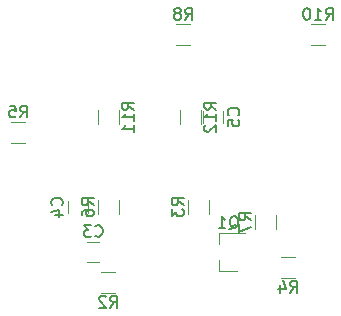
<source format=gbr>
G04 #@! TF.FileFunction,Legend,Bot*
%FSLAX46Y46*%
G04 Gerber Fmt 4.6, Leading zero omitted, Abs format (unit mm)*
G04 Created by KiCad (PCBNEW 4.0.5) date 04/25/17 13:40:11*
%MOMM*%
%LPD*%
G01*
G04 APERTURE LIST*
%ADD10C,0.100000*%
%ADD11C,0.120000*%
%ADD12C,0.150000*%
G04 APERTURE END LIST*
D10*
D11*
X137670000Y-110800000D02*
X137670000Y-109870000D01*
X137670000Y-107640000D02*
X137670000Y-108570000D01*
X137670000Y-107640000D02*
X139830000Y-107640000D01*
X137670000Y-110800000D02*
X139130000Y-110800000D01*
X126500000Y-108370000D02*
X127500000Y-108370000D01*
X127500000Y-110070000D02*
X126500000Y-110070000D01*
X124880000Y-105910000D02*
X124880000Y-104910000D01*
X126580000Y-104910000D02*
X126580000Y-105910000D01*
X138010000Y-97290000D02*
X138010000Y-98290000D01*
X136310000Y-98290000D02*
X136310000Y-97290000D01*
X128870000Y-110880000D02*
X127670000Y-110880000D01*
X127670000Y-112640000D02*
X128870000Y-112640000D01*
X136770000Y-106010000D02*
X136770000Y-104810000D01*
X135010000Y-104810000D02*
X135010000Y-106010000D01*
X144110000Y-109610000D02*
X142910000Y-109610000D01*
X142910000Y-111370000D02*
X144110000Y-111370000D01*
X120050000Y-99940000D02*
X121250000Y-99940000D01*
X121250000Y-98180000D02*
X120050000Y-98180000D01*
X129150000Y-106010000D02*
X129150000Y-104810000D01*
X127390000Y-104810000D02*
X127390000Y-106010000D01*
X142485000Y-107280000D02*
X142485000Y-106080000D01*
X140725000Y-106080000D02*
X140725000Y-107280000D01*
X134020000Y-91685000D02*
X135220000Y-91685000D01*
X135220000Y-89925000D02*
X134020000Y-89925000D01*
X145450000Y-91685000D02*
X146650000Y-91685000D01*
X146650000Y-89925000D02*
X145450000Y-89925000D01*
X127390000Y-97190000D02*
X127390000Y-98390000D01*
X129150000Y-98390000D02*
X129150000Y-97190000D01*
X134375000Y-97190000D02*
X134375000Y-98390000D01*
X136135000Y-98390000D02*
X136135000Y-97190000D01*
D12*
X138525238Y-107267619D02*
X138620476Y-107220000D01*
X138715714Y-107124762D01*
X138858571Y-106981905D01*
X138953810Y-106934286D01*
X139049048Y-106934286D01*
X139001429Y-107172381D02*
X139096667Y-107124762D01*
X139191905Y-107029524D01*
X139239524Y-106839048D01*
X139239524Y-106505714D01*
X139191905Y-106315238D01*
X139096667Y-106220000D01*
X139001429Y-106172381D01*
X138810952Y-106172381D01*
X138715714Y-106220000D01*
X138620476Y-106315238D01*
X138572857Y-106505714D01*
X138572857Y-106839048D01*
X138620476Y-107029524D01*
X138715714Y-107124762D01*
X138810952Y-107172381D01*
X139001429Y-107172381D01*
X137620476Y-107172381D02*
X138191905Y-107172381D01*
X137906191Y-107172381D02*
X137906191Y-106172381D01*
X138001429Y-106315238D01*
X138096667Y-106410476D01*
X138191905Y-106458095D01*
X127166666Y-107827143D02*
X127214285Y-107874762D01*
X127357142Y-107922381D01*
X127452380Y-107922381D01*
X127595238Y-107874762D01*
X127690476Y-107779524D01*
X127738095Y-107684286D01*
X127785714Y-107493810D01*
X127785714Y-107350952D01*
X127738095Y-107160476D01*
X127690476Y-107065238D01*
X127595238Y-106970000D01*
X127452380Y-106922381D01*
X127357142Y-106922381D01*
X127214285Y-106970000D01*
X127166666Y-107017619D01*
X126833333Y-106922381D02*
X126214285Y-106922381D01*
X126547619Y-107303333D01*
X126404761Y-107303333D01*
X126309523Y-107350952D01*
X126261904Y-107398571D01*
X126214285Y-107493810D01*
X126214285Y-107731905D01*
X126261904Y-107827143D01*
X126309523Y-107874762D01*
X126404761Y-107922381D01*
X126690476Y-107922381D01*
X126785714Y-107874762D01*
X126833333Y-107827143D01*
X124337143Y-105243334D02*
X124384762Y-105195715D01*
X124432381Y-105052858D01*
X124432381Y-104957620D01*
X124384762Y-104814762D01*
X124289524Y-104719524D01*
X124194286Y-104671905D01*
X124003810Y-104624286D01*
X123860952Y-104624286D01*
X123670476Y-104671905D01*
X123575238Y-104719524D01*
X123480000Y-104814762D01*
X123432381Y-104957620D01*
X123432381Y-105052858D01*
X123480000Y-105195715D01*
X123527619Y-105243334D01*
X123765714Y-106100477D02*
X124432381Y-106100477D01*
X123384762Y-105862381D02*
X124099048Y-105624286D01*
X124099048Y-106243334D01*
X139267143Y-97623334D02*
X139314762Y-97575715D01*
X139362381Y-97432858D01*
X139362381Y-97337620D01*
X139314762Y-97194762D01*
X139219524Y-97099524D01*
X139124286Y-97051905D01*
X138933810Y-97004286D01*
X138790952Y-97004286D01*
X138600476Y-97051905D01*
X138505238Y-97099524D01*
X138410000Y-97194762D01*
X138362381Y-97337620D01*
X138362381Y-97432858D01*
X138410000Y-97575715D01*
X138457619Y-97623334D01*
X138362381Y-98528096D02*
X138362381Y-98051905D01*
X138838571Y-98004286D01*
X138790952Y-98051905D01*
X138743333Y-98147143D01*
X138743333Y-98385239D01*
X138790952Y-98480477D01*
X138838571Y-98528096D01*
X138933810Y-98575715D01*
X139171905Y-98575715D01*
X139267143Y-98528096D01*
X139314762Y-98480477D01*
X139362381Y-98385239D01*
X139362381Y-98147143D01*
X139314762Y-98051905D01*
X139267143Y-98004286D01*
X128436666Y-113912381D02*
X128770000Y-113436190D01*
X129008095Y-113912381D02*
X129008095Y-112912381D01*
X128627142Y-112912381D01*
X128531904Y-112960000D01*
X128484285Y-113007619D01*
X128436666Y-113102857D01*
X128436666Y-113245714D01*
X128484285Y-113340952D01*
X128531904Y-113388571D01*
X128627142Y-113436190D01*
X129008095Y-113436190D01*
X128055714Y-113007619D02*
X128008095Y-112960000D01*
X127912857Y-112912381D01*
X127674761Y-112912381D01*
X127579523Y-112960000D01*
X127531904Y-113007619D01*
X127484285Y-113102857D01*
X127484285Y-113198095D01*
X127531904Y-113340952D01*
X128103333Y-113912381D01*
X127484285Y-113912381D01*
X134642381Y-105243334D02*
X134166190Y-104910000D01*
X134642381Y-104671905D02*
X133642381Y-104671905D01*
X133642381Y-105052858D01*
X133690000Y-105148096D01*
X133737619Y-105195715D01*
X133832857Y-105243334D01*
X133975714Y-105243334D01*
X134070952Y-105195715D01*
X134118571Y-105148096D01*
X134166190Y-105052858D01*
X134166190Y-104671905D01*
X133642381Y-105576667D02*
X133642381Y-106195715D01*
X134023333Y-105862381D01*
X134023333Y-106005239D01*
X134070952Y-106100477D01*
X134118571Y-106148096D01*
X134213810Y-106195715D01*
X134451905Y-106195715D01*
X134547143Y-106148096D01*
X134594762Y-106100477D01*
X134642381Y-106005239D01*
X134642381Y-105719524D01*
X134594762Y-105624286D01*
X134547143Y-105576667D01*
X143676666Y-112642381D02*
X144010000Y-112166190D01*
X144248095Y-112642381D02*
X144248095Y-111642381D01*
X143867142Y-111642381D01*
X143771904Y-111690000D01*
X143724285Y-111737619D01*
X143676666Y-111832857D01*
X143676666Y-111975714D01*
X143724285Y-112070952D01*
X143771904Y-112118571D01*
X143867142Y-112166190D01*
X144248095Y-112166190D01*
X142819523Y-111975714D02*
X142819523Y-112642381D01*
X143057619Y-111594762D02*
X143295714Y-112309048D01*
X142676666Y-112309048D01*
X120816666Y-97812381D02*
X121150000Y-97336190D01*
X121388095Y-97812381D02*
X121388095Y-96812381D01*
X121007142Y-96812381D01*
X120911904Y-96860000D01*
X120864285Y-96907619D01*
X120816666Y-97002857D01*
X120816666Y-97145714D01*
X120864285Y-97240952D01*
X120911904Y-97288571D01*
X121007142Y-97336190D01*
X121388095Y-97336190D01*
X119911904Y-96812381D02*
X120388095Y-96812381D01*
X120435714Y-97288571D01*
X120388095Y-97240952D01*
X120292857Y-97193333D01*
X120054761Y-97193333D01*
X119959523Y-97240952D01*
X119911904Y-97288571D01*
X119864285Y-97383810D01*
X119864285Y-97621905D01*
X119911904Y-97717143D01*
X119959523Y-97764762D01*
X120054761Y-97812381D01*
X120292857Y-97812381D01*
X120388095Y-97764762D01*
X120435714Y-97717143D01*
X127022381Y-105243334D02*
X126546190Y-104910000D01*
X127022381Y-104671905D02*
X126022381Y-104671905D01*
X126022381Y-105052858D01*
X126070000Y-105148096D01*
X126117619Y-105195715D01*
X126212857Y-105243334D01*
X126355714Y-105243334D01*
X126450952Y-105195715D01*
X126498571Y-105148096D01*
X126546190Y-105052858D01*
X126546190Y-104671905D01*
X126022381Y-106100477D02*
X126022381Y-105910000D01*
X126070000Y-105814762D01*
X126117619Y-105767143D01*
X126260476Y-105671905D01*
X126450952Y-105624286D01*
X126831905Y-105624286D01*
X126927143Y-105671905D01*
X126974762Y-105719524D01*
X127022381Y-105814762D01*
X127022381Y-106005239D01*
X126974762Y-106100477D01*
X126927143Y-106148096D01*
X126831905Y-106195715D01*
X126593810Y-106195715D01*
X126498571Y-106148096D01*
X126450952Y-106100477D01*
X126403333Y-106005239D01*
X126403333Y-105814762D01*
X126450952Y-105719524D01*
X126498571Y-105671905D01*
X126593810Y-105624286D01*
X140357381Y-106513334D02*
X139881190Y-106180000D01*
X140357381Y-105941905D02*
X139357381Y-105941905D01*
X139357381Y-106322858D01*
X139405000Y-106418096D01*
X139452619Y-106465715D01*
X139547857Y-106513334D01*
X139690714Y-106513334D01*
X139785952Y-106465715D01*
X139833571Y-106418096D01*
X139881190Y-106322858D01*
X139881190Y-105941905D01*
X139357381Y-106846667D02*
X139357381Y-107513334D01*
X140357381Y-107084762D01*
X134786666Y-89557381D02*
X135120000Y-89081190D01*
X135358095Y-89557381D02*
X135358095Y-88557381D01*
X134977142Y-88557381D01*
X134881904Y-88605000D01*
X134834285Y-88652619D01*
X134786666Y-88747857D01*
X134786666Y-88890714D01*
X134834285Y-88985952D01*
X134881904Y-89033571D01*
X134977142Y-89081190D01*
X135358095Y-89081190D01*
X134215238Y-88985952D02*
X134310476Y-88938333D01*
X134358095Y-88890714D01*
X134405714Y-88795476D01*
X134405714Y-88747857D01*
X134358095Y-88652619D01*
X134310476Y-88605000D01*
X134215238Y-88557381D01*
X134024761Y-88557381D01*
X133929523Y-88605000D01*
X133881904Y-88652619D01*
X133834285Y-88747857D01*
X133834285Y-88795476D01*
X133881904Y-88890714D01*
X133929523Y-88938333D01*
X134024761Y-88985952D01*
X134215238Y-88985952D01*
X134310476Y-89033571D01*
X134358095Y-89081190D01*
X134405714Y-89176429D01*
X134405714Y-89366905D01*
X134358095Y-89462143D01*
X134310476Y-89509762D01*
X134215238Y-89557381D01*
X134024761Y-89557381D01*
X133929523Y-89509762D01*
X133881904Y-89462143D01*
X133834285Y-89366905D01*
X133834285Y-89176429D01*
X133881904Y-89081190D01*
X133929523Y-89033571D01*
X134024761Y-88985952D01*
X146692857Y-89557381D02*
X147026191Y-89081190D01*
X147264286Y-89557381D02*
X147264286Y-88557381D01*
X146883333Y-88557381D01*
X146788095Y-88605000D01*
X146740476Y-88652619D01*
X146692857Y-88747857D01*
X146692857Y-88890714D01*
X146740476Y-88985952D01*
X146788095Y-89033571D01*
X146883333Y-89081190D01*
X147264286Y-89081190D01*
X145740476Y-89557381D02*
X146311905Y-89557381D01*
X146026191Y-89557381D02*
X146026191Y-88557381D01*
X146121429Y-88700238D01*
X146216667Y-88795476D01*
X146311905Y-88843095D01*
X145121429Y-88557381D02*
X145026190Y-88557381D01*
X144930952Y-88605000D01*
X144883333Y-88652619D01*
X144835714Y-88747857D01*
X144788095Y-88938333D01*
X144788095Y-89176429D01*
X144835714Y-89366905D01*
X144883333Y-89462143D01*
X144930952Y-89509762D01*
X145026190Y-89557381D01*
X145121429Y-89557381D01*
X145216667Y-89509762D01*
X145264286Y-89462143D01*
X145311905Y-89366905D01*
X145359524Y-89176429D01*
X145359524Y-88938333D01*
X145311905Y-88747857D01*
X145264286Y-88652619D01*
X145216667Y-88605000D01*
X145121429Y-88557381D01*
X130422381Y-97147143D02*
X129946190Y-96813809D01*
X130422381Y-96575714D02*
X129422381Y-96575714D01*
X129422381Y-96956667D01*
X129470000Y-97051905D01*
X129517619Y-97099524D01*
X129612857Y-97147143D01*
X129755714Y-97147143D01*
X129850952Y-97099524D01*
X129898571Y-97051905D01*
X129946190Y-96956667D01*
X129946190Y-96575714D01*
X130422381Y-98099524D02*
X130422381Y-97528095D01*
X130422381Y-97813809D02*
X129422381Y-97813809D01*
X129565238Y-97718571D01*
X129660476Y-97623333D01*
X129708095Y-97528095D01*
X130422381Y-99051905D02*
X130422381Y-98480476D01*
X130422381Y-98766190D02*
X129422381Y-98766190D01*
X129565238Y-98670952D01*
X129660476Y-98575714D01*
X129708095Y-98480476D01*
X137407381Y-97147143D02*
X136931190Y-96813809D01*
X137407381Y-96575714D02*
X136407381Y-96575714D01*
X136407381Y-96956667D01*
X136455000Y-97051905D01*
X136502619Y-97099524D01*
X136597857Y-97147143D01*
X136740714Y-97147143D01*
X136835952Y-97099524D01*
X136883571Y-97051905D01*
X136931190Y-96956667D01*
X136931190Y-96575714D01*
X137407381Y-98099524D02*
X137407381Y-97528095D01*
X137407381Y-97813809D02*
X136407381Y-97813809D01*
X136550238Y-97718571D01*
X136645476Y-97623333D01*
X136693095Y-97528095D01*
X136502619Y-98480476D02*
X136455000Y-98528095D01*
X136407381Y-98623333D01*
X136407381Y-98861429D01*
X136455000Y-98956667D01*
X136502619Y-99004286D01*
X136597857Y-99051905D01*
X136693095Y-99051905D01*
X136835952Y-99004286D01*
X137407381Y-98432857D01*
X137407381Y-99051905D01*
M02*

</source>
